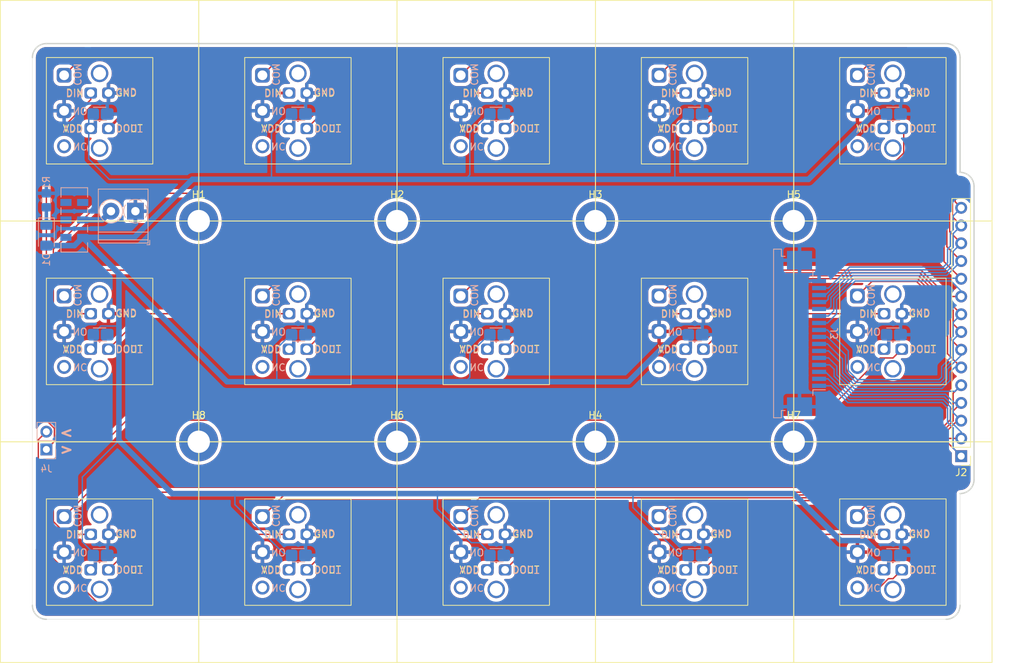
<source format=kicad_pcb>
(kicad_pcb (version 20240108) (generator "pcbnew") (generator_version "8.0")
  (layers (0 "F.Cu" signal) (31 "B.Cu" signal) (34 "B.Paste" user) (35 "F.Paste" user) (36 "B.SilkS" user "B.Silkscreen") (37 "F.SilkS" user "F.Silkscreen") (38 "B.Mask" user) (39 "F.Mask" user) (44 "Edge.Cuts" user))
  (net 0 "")
  (net 1 "+5V")
  (net 2 "Net-(D1-Pad1)")
  (net 3 "GND")
  (net 4 "Net-(SW1-B)")
  (net 5 "SW2")
  (net 6 "SW5")
  (net 7 "SW8")
  (net 8 "SW10")
  (net 9 "SW9")
  (net 10 "SW15")
  (net 11 "SW12")
  (net 12 "SW11")
  (net 13 "SW1")
  (net 14 "SW6")
  (net 15 "SW4")
  (net 16 "SW3")
  (net 17 "SW14")
  (net 18 "SW13")
  (net 19 "SW7")
  (net 20 "LED_OUT")
  (net 21 "LED_IN")
  (net 22 "Net-(RGB_SW2-DIN)")
  (net 23 "Net-(RGB_SW3-DIN)")
  (net 24 "Net-(RGB_SW10-DIN)")
  (net 25 "Net-(RGB_SW4-DIN)")
  (net 26 "Net-(RGB_SW5-DIN)")
  (net 27 "Net-(RGB_SW6-DIN)")
  (net 28 "Net-(RGB_SW11-DIN)")
  (net 29 "Net-(RGB_SW8-DIN)")
  (net 30 "Net-(RGB_SW7-DIN)")
  (net 31 "Net-(RGB_SW9-DIN)")
  (net 32 "Net-(RGB_SW12-DIN)")
  (net 33 "Net-(RGB_SW13-DIN)")
  (net 34 "Net-(RGB_SW14-DIN)")
  (net 35 "Net-(RGB_SW15-DIN)")
  (footprint "SilvansFootprintLibrary:PLB-N1PRGB-GTW-AI" (layer "F.Cu") (at 114.720999 67.420001)
    (property "Reference" "RGB_SW2" (hide yes))
    (property "Value" "PLB_RGB_SW")
  )
  (footprint "SilvansFootprintLibrary:PLB-N1PRGB-GTW-AI" (layer "F.Cu") (at 199.920994 67.420004)
    (property "Reference" "RGB_SW5" (hide yes))
    (property "Value" "PLB_RGB_SW")
  )
  (footprint "SilvansFootprintLibrary:PLB-N1PRGB-GTW-AI" (layer "F.Cu") (at 86.320996 67.42)
    (property "Reference" "RGB_SW1" (hide yes))
    (property "Value" "PLB_RGB_SW")
  )
  (footprint "SilvansFootprintLibrary:PLB-N1PRGB-GTW-AI" (layer "F.Cu") (at 199.920996 99.020005)
    (property "Reference" "RGB_SW10" (hide yes))
    (property "Value" "PLB_RGB_SW")
  )
  (footprint "SilvansFootprintLibrary:PLB-N1PRGB-GTW-AI" (layer "F.Cu") (at 171.520995 99.020002)
    (property "Reference" "RGB_SW9" (hide yes))
    (property "Value" "PLB_RGB_SW")
  )
  (footprint "SilvansFootprintLibrary:PLB-N1PRGB-GTW-AI" (layer "F.Cu") (at 143.120995 67.42)
    (property "Reference" "RGB_SW3" (hide yes))
    (property "Value" "PLB_RGB_SW")
  )
  (footprint "MountingHole:MountingHole_3.2mm_M3_DIN965_Pad" (layer "F.Cu") (at 100.520995 83.22)
    (property "Reference" "H1")
    (property "Value" "MountingHole_M3")
  )
  (footprint "SilvansFootprintLibrary:PLB-N1PRGB-GTW-AI" (layer "F.Cu") (at 171.520994 130.62)
    (property "Reference" "RGB_SW14" (hide yes))
    (property "Value" "PLB_RGB_SW")
  )
  (footprint "SilvansFootprintLibrary:PLB-N1PRGB-GTW-AI" (layer "F.Cu") (at 114.720997 99.019999)
    (property "Reference" "RGB_SW7" (hide yes))
    (property "Value" "PLB_RGB_SW")
  )
  (footprint "MountingHole:MountingHole_3.2mm_M3_DIN965_Pad" (layer "F.Cu") (at 157.320995 83.22)
    (property "Reference" "H3")
    (property "Value" "MountingHole_M3")
  )
  (footprint "SilvansFootprintLibrary:PLB-N1PRGB-GTW-AI" (layer "F.Cu") (at 143.120997 99.019999)
    (property "Reference" "RGB_SW8" (hide yes))
    (property "Value" "PLB_RGB_SW")
  )
  (footprint "SilvansFootprintLibrary:PLB-N1PRGB-GTW-AI" (layer "F.Cu") (at 143.120996 130.620001)
    (property "Reference" "RGB_SW13" (hide yes))
    (property "Value" "PLB_RGB_SW")
  )
  (footprint "MountingHole:MountingHole_3.2mm_M3_DIN965_Pad" (layer "F.Cu") (at 157.320995 114.82)
    (property "Reference" "H4")
    (property "Value" "MountingHole_M3")
  )
  (footprint "SilvansFootprintLibrary:PLB-N1PRGB-GTW-AI" (layer "F.Cu") (at 199.920996 130.620003)
    (property "Reference" "RGB_SW15" (hide yes))
    (property "Value" "PLB_RGB_SW")
  )
  (footprint "MountingHole:MountingHole_3.2mm_M3_DIN965_Pad" (layer "F.Cu") (at 128.920995 83.22)
    (property "Reference" "H2")
    (property "Value" "MountingHole_M3")
  )
  (footprint "MountingHole:MountingHole_3.2mm_M3_DIN965_Pad" (layer "F.Cu") (at 128.920995 114.82)
    (property "Reference" "H6")
    (property "Value" "MountingHole_M3")
  )
  (footprint "SilvansFootprintLibrary:PLB-N1PRGB-GTW-AI" (layer "F.Cu") (at 114.720997 130.620002)
    (property "Reference" "RGB_SW12" (hide yes))
    (property "Value" "PLB_RGB_SW")
  )
  (footprint "SilvansFootprintLibrary:PLB-N1PRGB-GTW-AI" (layer "F.Cu") (at 86.320996 130.620001)
    (property "Reference" "RGB_SW11" (hide yes))
    (property "Value" "PLB_RGB_SW")
  )
  (footprint "MountingHole:MountingHole_3.2mm_M3_DIN965_Pad" (layer "F.Cu") (at 185.720995 114.82)
    (property "Reference" "H7")
    (property "Value" "MountingHole_M3")
  )
  (footprint "MountingHole:MountingHole_3.2mm_M3_DIN965_Pad" (layer "F.Cu") (at 100.520995 114.82)
    (property "Reference" "H8")
    (property "Value" "MountingHole_M3")
  )
  (footprint "SilvansFootprintLibrary:PLB-N1PRGB-GTW-AI" (layer "F.Cu") (at 86.320997 99.020002)
    (property "Reference" "RGB_SW6" (hide yes))
    (property "Value" "PLB_RGB_SW")
  )
  (footprint "Connector_PinHeader_2.54mm:PinHeader_1x15_P2.54mm_Vertical" (layer "F.Cu") (at 209.700995 116.88 180)
    (property "Reference" "J2")
    (property "Value" "PINHD_1x15_Male")
  )
  (footprint "MountingHole:MountingHole_3.2mm_M3_DIN965_Pad" (layer "F.Cu") (at 185.720995 83.22)
    (property "Reference" "H5")
    (property "Value" "MountingHole_M3")
  )
  (footprint "SilvansFootprintLibrary:PLB-N1PRGB-GTW-AI" (layer "F.Cu") (at 171.520998 67.420001)
    (property "Reference" "RGB_SW4" (hide yes))
    (property "Value" "PLB_RGB_SW")
  )
  (footprint "Connector_PinSocket_2.54mm:PinSocket_1x02_P2.54mm_Vertical" (layer "B.Cu") (at 78.700994 115.914998)
    (property "Reference" "J4")
    (property "Value" "PINHD_1x2_Female" (hide yes))
  )
  (footprint "Resistor_SMD:R_0805_2012Metric_Pad1.20x1.40mm_HandSolder" (layer "B.Cu") (at 78.700995 80.240001 90)
    (property "Reference" "R1")
    (property "Value" "330ohm")
  )
  (footprint "LED_SMD:LED_1206_3216Metric_Pad1.42x1.75mm_HandSolder" (layer "B.Cu") (at 78.700995 85.240001 -90)
    (property "Reference" "D1")
    (property "Value" "LED")
  )
  (footprint "TerminalBlock_Phoenix:TerminalBlock_Phoenix_PT-1,5-2-3.5-H_1x02_P3.50mm_Horizontal" (layer "B.Cu") (at 91.450995 81.800001 180)
    (property "Reference" "J1" (hide yes))
    (property "Value" "Screw_Terminal_2_P3.50mm" (hide yes))
  )
  (footprint "Button Switch SMD:SW_DPDT_CK_JS202011JCQN" (layer "B.Cu") (at 82.700995 83.050002 90)
    (property "Reference" "SW1" (hide yes))
    (property "Value" "SW_SPST")
  )
  (footprint "Connector_FFC-FPC:TE_1-84952-6_1x16-1MP_P1.0mm_Horizontal" (layer "B.Cu") (at 187.550995 99.309999 90)
    (property "Reference" "J3")
    (property "Value" "PINHD_1x15_Male")
  )
  (gr_line (start 209.540995 122.240001) (end 209.540995 138.240001) (stroke (width 0.05)) (layer "Edge.Cuts"))
  (gr_line (start 209.540995 76.240001) (end 209.540995 59.800001) (stroke (width 0.2)) (layer "Edge.Cuts"))
  (gr_arc (start 76.700995 59.800001) (mid 77.286781 58.385787) (end 78.700995 57.800001) (stroke (width 0.2)) (layer "Edge.Cuts"))
  (gr_arc (start 209.540995 138.240001) (mid 208.955209 139.654215) (end 207.540995 140.240001) (stroke (width 0.2)) (layer "Edge.Cuts"))
  (gr_line (start 207.540995 57.800001) (end 78.700995 57.800001) (stroke (width 0.2)) (layer "Edge.Cuts"))
  (gr_arc (start 211.540995 120.240001) (mid 210.955209 121.654215) (end 209.540995 122.240001) (stroke (width 0.2)) (layer "Edge.Cuts"))
  (gr_line (start 207.540995 140.240001) (end 78.700995 140.240001) (stroke (width 0.05)) (layer "Edge.Cuts"))
  (gr_arc (start 207.540995 57.800001) (mid 208.955209 58.385787) (end 209.540995 59.800001) (stroke (width 0.2)) (layer "Edge.Cuts"))
  (gr_arc (start 78.700995 140.240001) (mid 77.286781 139.654215) (end 76.700995 138.240001) (stroke (width 0.2)) (layer "Edge.Cuts"))
  (gr_arc (start 209.540995 76.240001) (mid 210.955209 76.825787) (end 211.540995 78.240001) (stroke (width 0.2)) (layer "Edge.Cuts"))
  (gr_line (start 76.700995 138.240001) (end 76.700995 59.800001) (stroke (width 0.05)) (layer "Edge.Cuts"))
  (gr_line (start 211.540995 120.240001) (end 211.540995 78.240001) (stroke (width 0.2)) (layer "Edge.Cuts"))
  (gr_text "<\n>" (at 82.700995 112.800001 180) (layer "B.SilkS") (effects (font (size 1.5 1.5) (thickness 0.3) (bold yes)) (justify left bottom)))
  (segment (start 84.770996 68.37) (end 84.770996 74.310002) (width 0.2) (layer "B.Cu") (net 1))
  (segment (start 104.570995 106.219999) (end 111.700995 106.219999) (width 0.8) (layer "B.Cu") (net 1))
  (segment (start 99.610995 77.240001) (end 110.700995 77.240001) (width 0.8) (layer "B.Cu") (net 1))
  (segment (start 113.920997 99.219999) (end 111.700995 101.440001) (width 0.2) (layer "B.Cu") (net 1))
  (segment (start 187.838255 77.240001) (end 197.458252 67.620004) (width 0.8) (layer "B.Cu") (net 1))
  (segment (start 112.697289 130.820002) (end 105.700995 123.823708) (width 0.2) (layer "B.Cu") (net 1))
  (segment (start 139.340997 102.199999) (end 139.340997 105.579997) (width 0.2) (layer "B.Cu") (net 1))
  (segment (start 89.090997 98.240001) (end 89.090997 114.630003) (width 0.8) (layer "B.Cu") (net 1))
  (segment (start 139.340997 105.579997) (end 138.700995 106.219999) (width 0.2) (layer "B.Cu") (net 1))
  (segment (start 85.520996 67.62) (end 84.770996 68.37) (width 0.2) (layer "B.Cu") (net 1))
  (segment (start 113.920999 67.620001) (end 110.940999 70.600001) (width 0.2) (layer "B.Cu") (net 1))
  (segment (start 110.940999 70.600001) (end 110.940999 76.999997) (width 0.2) (layer "B.Cu") (net 1))
  (segment (start 142.320995 67.62) (end 139.340995 70.6) (width 0.2) (layer "B.Cu") (net 1))
  (segment (start 169.280994 130.82) (end 162.700995 124.240001) (width 0.2) (layer "B.Cu") (net 1))
  (segment (start 139.340995 76.600001) (end 138.700995 77.240001) (width 0.2) (layer "B.Cu") (net 1))
  (segment (start 83.900998 85.550002) (end 104.570995 106.219999) (width 0.8) (layer "B.Cu") (net 1))
  (segment (start 140.770997 129.270002) (end 139.547289 129.270002) (width 0.2) (layer "B.Cu") (net 1))
  (segment (start 110.940999 76.999997) (end 110.700995 77.240001) (width 0.2) (layer "B.Cu") (net 1))
  (segment (start 91.300994 85.550002) (end 99.610995 77.240001) (width 0.8) (layer "B.Cu") (net 1))
  (segment (start 138.700995 106.219999) (end 162.058256 106.219999) (width 0.8) (layer "B.Cu") (net 1))
  (segment (start 192.430998 128.970004) (end 195.97308 128.970004) (width 0.8) (layer "B.Cu") (net 1))
  (segment (start 84.770996 74.310002) (end 87.700995 77.240001) (width 0.2) (layer "B.Cu") (net 1))
  (segment (start 162.700995 124.240001) (end 162.700995 122.240001) (width 0.2) (layer "B.Cu") (net 1))
  (segment (start 89.090997 90.740001) (end 89.090997 98.240001) (width 0.8) (layer "B.Cu") (net 1))
  (segment (start 105.700995 123.823708) (end 105.700995 122.240001) (width 0.2) (layer "B.Cu") (net 1))
  (segment (start 197.458252 67.620004) (end 199.120994 67.620004) (width 0.8) (layer "B.Cu") (net 1))
  (segment (start 142.320997 99.219999) (end 139.340997 102.199999) (width 0.2) (layer "B.Cu") (net 1))
  (segment (start 82.723499 86.727501) (end 78.700994 86.727501) (width 0.8) (layer "B.Cu") (net 1))
  (segment (start 139.547289 129.270002) (end 134.700995 124.423708) (width 0.2) (layer "B.Cu") (net 1))
  (segment (start 134.700995 122.240001) (end 162.700995 122.240001) (width 0.8) (layer "B.Cu") (net 1))
  (segment (start 195.97308 128.970004) (end 197.823079 130.820003) (width 0.8) (layer "B.Cu") (net 1))
  (segment (start 83.900998 85.550002) (end 82.723499 86.727501) (width 0.8) (layer "B.Cu") (net 1))
  (segment (start 87.700995 77.240001) (end 99.610995 77.240001) (width 0.2) (layer "B.Cu") (net 1))
  (segment (start 162.058256 106.219999) (end 169.058253 99.220002) (width 0.8) (layer "B.Cu") (net 1))
  (segment (start 162.700995 122.240001) (end 185.700995 122.240001) (width 0.8) (layer "B.Cu") (net 1))
  (segment (start 105.700995 122.240001) (end 134.700995 122.240001) (width 0.8) (layer "B.Cu") (net 1))
  (segment (start 111.700995 101.440001) (end 111.700995 106.219999) (width 0.2) (layer "B.Cu") (net 1))
  (segment (start 185.700995 122.240001) (end 192.430998 128.970004) (width 0.8) (layer "B.Cu") (net 1))
  (segment (start 85.520996 130.820001) (end 83.850995 129.15) (width 0.2) (layer "B.Cu") (net 1))
  (segment (start 168.700995 69.640004) (end 168.700995 77.240001) (width 0.2) (layer "B.Cu") (net 1))
  (segment (start 170.720998 67.620001) (end 168.700995 69.640004) (width 0.2) (layer "B.Cu") (net 1))
  (segment (start 110.700995 77.240001) (end 138.700995 77.240001) (width 0.8) (layer "B.Cu") (net 1))
  (segment (start 83.850995 119.870005) (end 89.090997 114.630003) (width 0.2) (layer "B.Cu") (net 1))
  (segment (start 83.900998 85.550002) (end 91.300994 85.550002) (width 0.8) (layer "B.Cu") (net 1))
  (segment (start 111.700995 106.219999) (end 138.700995 106.219999) (width 0.8) (layer "B.Cu") (net 1))
  (segment (start 134.700995 124.423708) (end 134.700995 122.240001) (width 0.2) (layer "B.Cu") (net 1))
  (segment (start 113.920997 130.820002) (end 112.697289 130.820002) (width 0.2) (layer "B.Cu") (net 1))
  (segment (start 139.340995 70.6) (end 139.340995 76.600001) (width 0.2) (layer "B.Cu") (net 1))
  (segment (start 86.500998 98.240001) (end 89.090997 98.240001) (width 0.2) (layer "B.Cu") (net 1))
  (segment (start 96.700995 122.240001) (end 105.700995 122.240001) (width 0.8) (layer "B.Cu") (net 1))
  (segment (start 197.823079 130.820003) (end 199.120996 130.820003) (width 0.8) (layer "B.Cu") (net 1))
  (segment (start 83.850995 129.15) (end 83.850995 119.870005) (width 0.2) (layer "B.Cu") (net 1))
  (segment (start 83.900998 85.550002) (end 89.090997 90.740001) (width 0.8) (layer "B.Cu") (net 1))
  (segment (start 138.700995 77.240001) (end 168.700995 77.240001) (width 0.8) (layer "B.Cu") (net 1))
  (segment (start 89.090997 114.630003) (end 96.700995 122.240001) (width 0.8) (layer "B.Cu") (net 1))
  (segment (start 168.700995 77.240001) (end 187.838255 77.240001) (width 0.8) (layer "B.Cu") (net 1))
  (segment (start 170.720994 130.82) (end 169.280994 130.82) (width 0.2) (layer "B.Cu") (net 1))
  (segment (start 85.520997 99.220002) (end 86.500998 98.240001) (width 0.2) (layer "B.Cu") (net 1))
  (segment (start 142.320996 130.820001) (end 140.770997 129.270002) (width 0.2) (layer "B.Cu") (net 1))
  (segment (start 169.058253 99.220002) (end 170.720995 99.220002) (width 0.8) (layer "B.Cu") (net 1))
  (segment (start 78.700996 83.752501) (end 78.700995 81.240001) (width 0.5) (layer "B.Cu") (net 2))
  (segment (start 86.700996 83.050002) (end 87.950997 81.800001) (width 0.8) (layer "B.Cu") (net 4))
  (segment (start 83.900995 83.050002) (end 86.700996 83.050002) (width 0.8) (layer "B.Cu") (net 4))
  (segment (start 201.695309 58.800001) (end 113.180999 58.800001) (width 0.2) (layer "F.Cu") (net 5))
  (segment (start 208.450995 82.61) (end 208.450995 65.555687) (width 0.2) (layer "F.Cu") (net 5))
  (segment (start 113.180999 58.800001) (end 109.640999 62.340001) (width 0.2) (layer "F.Cu") (net 5))
  (segment (start 209.700995 83.86) (end 208.450995 82.61) (width 0.2) (layer "F.Cu") (net 5))
  (segment (start 208.450995 65.555687) (end 201.695309 58.800001) (width 0.2) (layer "F.Cu") (net 5))
  (segment (start 208.150995 89.358629) (end 208.150995 87.384315) (width 0.2) (layer "B.Cu") (net 5))
  (segment (start 208.550996 86.984314) (end 208.550996 85.009999) (width 0.2) (layer "B.Cu") (net 5))
  (segment (start 208.550996 85.009999) (end 209.700995 83.86) (width 0.2) (layer "B.Cu") (net 5))
  (segment (start 193.865996 90.200001) (end 207.309623 90.200001) (width 0.2) (layer "B.Cu") (net 5))
  (segment (start 208.150995 87.384315) (end 208.550996 86.984314) (width 0.2) (layer "B.Cu") (net 5))
  (segment (start 207.309623 90.200001) (end 208.150995 89.358629) (width 0.2) (layer "B.Cu") (net 5))
  (segment (start 190.255998 93.809999) (end 193.865996 90.200001) (width 0.2) (layer "B.Cu") (net 5))
  (segment (start 189.350994 93.809999) (end 190.255998 93.809999) (width 0.2) (layer "B.Cu") (net 5))
  (segment (start 197.140997 60.040001) (end 194.840994 62.340004) (width 0.2) (layer "F.Cu") (net 6))
  (segment (start 201.238251 60.040001) (end 197.140997 60.040001) (width 0.2) (layer "F.Cu") (net 6))
  (segment (start 207.250995 89.03) (end 207.250995 66.052745) (width 0.2) (layer "F.Cu") (net 6))
  (segment (start 209.700995 91.48) (end 207.250995 89.03) (width 0.2) (layer "F.Cu") (net 6))
  (segment (start 207.250995 66.052745) (end 201.238251 60.040001) (width 0.2) (layer "F.Cu") (net 6))
  (segment (start 190.690997 96.809999) (end 191.450994 96.050002) (width 0.2) (layer "B.Cu") (net 6))
  (segment (start 189.350997 96.809999) (end 190.690997 96.809999) (width 0.2) (layer "B.Cu") (net 6))
  (segment (start 191.450994 96.050002) (end 191.450994 94.312061) (width 0.2) (layer "B.Cu") (net 6))
  (segment (start 191.450994 94.312061) (end 194.363054 91.400001) (width 0.2) (layer "B.Cu") (net 6))
  (segment (start 209.620996 91.400001) (end 209.700995 91.48) (width 0.2) (layer "B.Cu") (net 6))
  (segment (start 194.363054 91.400001) (end 209.620996 91.400001) (width 0.2) (layer "B.Cu") (net 6))
  (segment (start 140.940995 91.040001) (end 203.61531 91.040001) (width 0.2) (layer "F.Cu") (net 7))
  (segment (start 138.040997 93.939999) (end 140.940995 91.040001) (width 0.2) (layer "F.Cu") (net 7))
  (segment (start 203.61531 91.040001) (end 208.550995 95.975686) (width 0.2) (layer "F.Cu") (net 7))
  (segment (start 208.550995 95.975686) (end 208.550995 97.95) (width 0.2) (layer "F.Cu") (net 7))
  (segment (start 208.550995 97.95) (end 209.700993 99.099998) (width 0.2) (layer "F.Cu") (net 7))
  (segment (start 208.550995 100.249996) (end 209.700993 99.099998) (width 0.2) (layer "B.Cu") (net 7))
  (segment (start 194.655314 106.320005) (end 206.695305 106.320005) (width 0.2) (layer "B.Cu") (net 7))
  (segment (start 193.140996 102.4) (end 193.140996 104.805688) (width 0.2) (layer "B.Cu") (net 7))
  (segment (start 208.550995 103.024315) (end 208.550995 100.249996) (width 0.2) (layer "B.Cu") (net 7))
  (segment (start 207.300995 104.274315) (end 208.550995 103.024315) (width 0.2) (layer "B.Cu") (net 7))
  (segment (start 207.300995 105.714315) (end 207.300995 104.274315) (width 0.2) (layer "B.Cu") (net 7))
  (segment (start 190.550995 99.809999) (end 193.140996 102.4) (width 0.2) (layer "B.Cu") (net 7))
  (segment (start 206.695305 106.320005) (end 207.300995 105.714315) (width 0.2) (layer "B.Cu") (net 7))
  (segment (start 189.350995 99.809999) (end 190.550995 99.809999) (width 0.2) (layer "B.Cu") (net 7))
  (segment (start 193.140996 104.805688) (end 194.655314 106.320005) (width 0.2) (layer "B.Cu") (net 7))
  (segment (start 196.915315 91.865686) (end 194.840996 93.940005) (width 0.2) (layer "F.Cu") (net 8))
  (segment (start 207.750995 102.230001) (end 207.750995 96.307058) (width 0.2) (layer "F.Cu") (net 8))
  (segment (start 207.750995 96.307058) (end 203.309623 91.865686) (width 0.2) (layer "F.Cu") (net 8))
  (segment (start 209.700995 104.180001) (end 207.750995 102.230001) (width 0.2) (layer "F.Cu") (net 8))
  (segment (start 203.309623 91.865686) (end 196.915315 91.865686) (width 0.2) (layer "F.Cu") (net 8))
  (segment (start 194.40394 107.200001) (end 206.94668 107.200001) (width 0.2) (layer "B.Cu") (net 8))
  (segment (start 206.94668 107.200001) (end 208.100995 106.045685) (width 0.2) (layer "B.Cu") (net 8))
  (segment (start 190.710992 101.809998) (end 192.300995 103.400001) (width 0.2) (layer "B.Cu") (net 8))
  (segment (start 208.760995 104.180001) (end 209.700995 104.180001) (width 0.2) (layer "B.Cu") (net 8))
  (segment (start 208.100995 104.840001) (end 208.760995 104.180001) (width 0.2) (layer "B.Cu") (net 8))
  (segment (start 189.350997 101.809998) (end 190.710992 101.809998) (width 0.2) (layer "B.Cu") (net 8))
  (segment (start 192.300995 103.400001) (end 192.300995 105.097057) (width 0.2) (layer "B.Cu") (net 8))
  (segment (start 192.300995 105.097057) (end 194.40394 107.200001) (width 0.2) (layer "B.Cu") (net 8))
  (segment (start 208.100995 106.045685) (end 208.100995 104.840001) (width 0.2) (layer "B.Cu") (net 8))
  (segment (start 208.150995 100.09) (end 208.150995 96.141372) (width 0.2) (layer "F.Cu") (net 9))
  (segment (start 168.915311 91.465686) (end 166.440995 93.940002) (width 0.2) (layer "F.Cu") (net 9))
  (segment (start 209.700995 101.64) (end 208.150995 100.09) (width 0.2) (layer "F.Cu") (net 9))
  (segment (start 203.475309 91.465686) (end 168.915311 91.465686) (width 0.2) (layer "F.Cu") (net 9))
  (segment (start 208.150995 96.141372) (end 203.475309 91.465686) (width 0.2) (layer "F.Cu") (net 9))
  (segment (start 207.700995 104.440001) (end 209.700995 102.440001) (width 0.2) (layer "B.Cu") (net 9))
  (segment (start 209.700995 102.440001) (end 209.700995 101.64) (width 0.2) (layer "B.Cu") (net 9))
  (segment (start 206.780994 106.800001) (end 207.700995 105.88) (width 0.2) (layer "B.Cu") (net 9))
  (segment (start 190.550993 100.809999) (end 192.700995 102.960001) (width 0.2) (layer "B.Cu") (net 9))
  (segment (start 207.700995 105.88) (end 207.700995 104.440001) (width 0.2) (layer "B.Cu") (net 9))
  (segment (start 192.700995 104.931371) (end 194.569625 106.800001) (width 0.2) (layer "B.Cu") (net 9))
  (segment (start 189.350993 100.809999) (end 190.550993 100.809999) (width 0.2) (layer "B.Cu") (net 9))
  (segment (start 192.700995 102.960001) (end 192.700995 104.931371) (width 0.2) (layer "B.Cu") (net 9))
  (segment (start 194.569625 106.800001) (end 206.780994 106.800001) (width 0.2) (layer "B.Cu") (net 9))
  (segment (start 207.560991 114.739996) (end 205.201 114.739996) (width 0.2) (layer "F.Cu") (net 10))
  (segment (start 209.700995 116.88) (end 207.560991 114.739996) (width 0.2) (layer "F.Cu") (net 10))
  (segment (start 205.201 114.739996) (end 194.840996 125.1) (width 0.2) (layer "F.Cu") (net 10))
  (segment (start 194.840996 125.1) (end 194.840996 125.540003) (width 0.2) (layer "F.Cu") (net 10))
  (segment (start 191.065306 106.809997) (end 193.455311 109.200001) (width 0.2) (layer "B.Cu") (net 10))
  (segment (start 208.550996 115.730001) (end 209.700995 116.88) (width 0.2) (layer "B.Cu") (net 10))
  (segment (start 206.963937 109.200001) (end 207.750995 109.987059) (width 0.2) (layer "B.Cu") (net 10))
  (segment (start 207.750995 109.987059) (end 207.750995 112.042032) (width 0.2) (layer "B.Cu") (net 10))
  (segment (start 208.550996 112.842033) (end 208.550996 115.730001) (width 0.2) (layer "B.Cu") (net 10))
  (segment (start 193.455311 109.200001) (end 206.963937 109.200001) (width 0.2) (layer "B.Cu") (net 10))
  (segment (start 207.750995 112.042032) (end 208.550996 112.842033) (width 0.2) (layer "B.Cu") (net 10))
  (segment (start 189.350997 106.809997) (end 191.065306 106.809997) (width 0.2) (layer "B.Cu") (net 10))
  (segment (start 206.835314 113.539996) (end 204.703942 113.539996) (width 0.2) (layer "F.Cu") (net 11))
  (segment (start 208.550996 110.409999) (end 208.550996 111.824314) (width 0.2) (layer "F.Cu") (net 11))
  (segment (start 195.803937 122.440001) (end 112.740998 122.440001) (width 0.2) (layer "F.Cu") (net 11))
  (segment (start 204.703942 113.539996) (end 195.803937 122.440001) (width 0.2) (layer "F.Cu") (net 11))
  (segment (start 208.550996 111.824314) (end 206.835314 113.539996) (width 0.2) (layer "F.Cu") (net 11))
  (segment (start 209.700995 109.26) (end 208.550996 110.409999) (width 0.2) (layer "F.Cu") (net 11))
  (segment (start 112.740998 122.440001) (end 109.640997 125.540002) (width 0.2) (layer "F.Cu") (net 11))
  (segment (start 189.350995 103.809999) (end 190.872567 103.809999) (width 0.2) (layer "B.Cu") (net 11))
  (segment (start 207.460995 108.000001) (end 208.720993 109.26) (width 0.2) (layer "B.Cu") (net 11))
  (segment (start 191.500995 105.428429) (end 194.07257 108.000001) (width 0.2) (layer "B.Cu") (net 11))
  (segment (start 190.872567 103.809999) (end 191.500995 104.438427) (width 0.2) (layer "B.Cu") (net 11))
  (segment (start 208.720993 109.26) (end 209.700995 109.26) (width 0.2) (layer "B.Cu") (net 11))
  (segment (start 194.07257 108.000001) (end 207.460995 108.000001) (width 0.2) (layer "B.Cu") (net 11))
  (segment (start 191.500995 104.438427) (end 191.500995 105.428429) (width 0.2) (layer "B.Cu") (net 11))
  (segment (start 195.638252 122.040001) (end 204.538257 113.139996) (width 0.2) (layer "F.Cu") (net 12))
  (segment (start 206.669628 113.139996) (end 208.150996 111.658628) (width 0.2) (layer "F.Cu") (net 12))
  (segment (start 208.150996 111.658628) (end 208.150996 110.244313) (width 0.2) (layer "F.Cu") (net 12))
  (segment (start 84.740996 122.040001) (end 195.638252 122.040001) (width 0.2) (layer "F.Cu") (net 12))
  (segment (start 208.150996 110.244313) (end 208.550995 109.844314) (width 0.2) (layer "F.Cu") (net 12))
  (segment (start 81.240996 125.540001) (end 84.740996 122.040001) (width 0.2) (layer "F.Cu") (net 12))
  (segment (start 208.550995 107.870004) (end 209.700998 106.720001) (width 0.2) (layer "F.Cu") (net 12))
  (segment (start 208.550995 109.844314) (end 208.550995 107.870004) (width 0.2) (layer "F.Cu") (net 12))
  (segment (start 204.538257 113.139996) (end 206.669628 113.139996) (width 0.2) (layer "F.Cu") (net 12))
  (segment (start 190.710994 102.81) (end 191.900995 104.000001) (width 0.2) (layer "B.Cu") (net 12))
  (segment (start 189.350992 102.81) (end 190.710994 102.81) (width 0.2) (layer "B.Cu") (net 12))
  (segment (start 194.238254 107.600001) (end 208.820998 107.600001) (width 0.2) (layer "B.Cu") (net 12))
  (segment (start 194.238255 107.600001) (end 206.763739 107.600001) (width 0.2) (layer "B.Cu") (net 12))
  (segment (start 208.820998 107.600001) (end 209.700998 106.720001) (width 0.2) (layer "B.Cu") (net 12))
  (segment (start 193.789625 107.151371) (end 194.238255 107.600001) (width 0.2) (layer "B.Cu") (net 12))
  (segment (start 193.789625 107.151371) (end 194.238254 107.600001) (width 0.2) (layer "B.Cu") (net 12))
  (segment (start 191.900995 104.000001) (end 191.900995 105.262743) (width 0.2) (layer "B.Cu") (net 12))
  (segment (start 191.900995 105.262743) (end 193.789625 107.151371) (width 0.2) (layer "B.Cu") (net 12))
  (segment (start 85.180995 58.400001) (end 81.240996 62.34) (width 0.2) (layer "F.Cu") (net 13))
  (segment (start 209.700995 81.32) (end 208.850995 80.47) (width 0.2) (layer "F.Cu") (net 13))
  (segment (start 208.850995 80.47) (end 208.850995 65.390001) (width 0.2) (layer "F.Cu") (net 13))
  (segment (start 201.860995 58.400001) (end 85.180995 58.400001) (width 0.2) (layer "F.Cu") (net 13))
  (segment (start 208.850995 65.390001) (end 201.860995 58.400001) (width 0.2) (layer "F.Cu") (net 13))
  (segment (start 207.750995 89.190001) (end 207.750995 87.218629) (width 0.2) (layer "B.Cu") (net 13))
  (segment (start 193.70031 89.800001) (end 207.140995 89.800001) (width 0.2) (layer "B.Cu") (net 13))
  (segment (start 208.150996 86.818628) (end 208.150996 84.844313) (width 0.2) (layer "B.Cu") (net 13))
  (segment (start 207.750995 87.218629) (end 208.150996 86.818628) (width 0.2) (layer "B.Cu") (net 13))
  (segment (start 208.550995 82.47) (end 209.700995 81.32) (width 0.2) (layer "B.Cu") (net 13))
  (segment (start 208.550995 84.444314) (end 208.550995 82.47) (width 0.2) (layer "B.Cu") (net 13))
  (segment (start 207.140995 89.800001) (end 207.750995 89.190001) (width 0.2) (layer "B.Cu") (net 13))
  (segment (start 190.690308 92.810002) (end 193.70031 89.800001) (width 0.2) (layer "B.Cu") (net 13))
  (segment (start 208.150996 84.844313) (end 208.550995 84.444314) (width 0.2) (layer "B.Cu") (net 13))
  (segment (start 189.350994 92.810002) (end 190.690308 92.810002) (width 0.2) (layer "B.Cu") (net 13))
  (segment (start 84.940998 90.240001) (end 203.946682 90.240001) (width 0.2) (layer "F.Cu") (net 14))
  (segment (start 207.726683 94.020002) (end 209.700995 94.020002) (width 0.2) (layer "F.Cu") (net 14))
  (segment (start 81.240997 93.940002) (end 84.940998 90.240001) (width 0.2) (layer "F.Cu") (net 14))
  (segment (start 203.946682 90.240001) (end 207.726683 94.020002) (width 0.2) (layer "F.Cu") (net 14))
  (segment (start 191.850994 96.509998) (end 191.850994 94.477747) (width 0.2) (layer "B.Cu") (net 14))
  (segment (start 194.52874 91.800001) (end 208.260995 91.800001) (width 0.2) (layer "B.Cu") (net 14))
  (segment (start 191.850994 94.477747) (end 194.52874 91.800001) (width 0.2) (layer "B.Cu") (net 14))
  (segment (start 208.260995 91.800001) (end 209.700995 93.240001) (width 0.2) (layer "B.Cu") (net 14))
  (segment (start 189.350993 97.809999) (end 190.550993 97.809999) (width 0.2) (layer "B.Cu") (net 14))
  (segment (start 190.550993 97.809999) (end 191.850994 96.509998) (width 0.2) (layer "B.Cu") (net 14))
  (segment (start 209.700995 93.240001) (end 209.700995 94.020002) (width 0.2) (layer "B.Cu") (net 14))
  (segment (start 169.140998 59.640001) (end 166.440998 62.340001) (width 0.2) (layer "F.Cu") (net 15))
  (segment (start 201.403937 59.640001) (end 169.140998 59.640001) (width 0.2) (layer "F.Cu") (net 15))
  (segment (start 207.650995 65.887059) (end 201.403937 59.640001) (width 0.2) (layer "F.Cu") (net 15))
  (segment (start 209.700995 88.940001) (end 207.650995 86.890001) (width 0.2) (layer "F.Cu") (net 15))
  (segment (start 207.650995 86.890001) (end 207.650995 65.887059) (width 0.2) (layer "F.Cu") (net 15))
  (segment (start 189.350995 95.810001) (end 190.690995 95.810001) (width 0.2) (layer "B.Cu") (net 15))
  (segment (start 190.690995 95.810001) (end 191.050994 95.450002) (width 0.2) (layer "B.Cu") (net 15))
  (segment (start 191.050994 94.146375) (end 194.197368 91.000001) (width 0.2) (layer "B.Cu") (net 15))
  (segment (start 194.197368 91.000001) (end 207.640995 91.000001) (width 0.2) (layer "B.Cu") (net 15))
  (segment (start 207.640995 91.000001) (end 209.700995 88.940001) (width 0.2) (layer "B.Cu") (net 15))
  (segment (start 191.050994 95.450002) (end 191.050994 94.146375) (width 0.2) (layer "B.Cu") (net 15))
  (segment (start 201.569623 59.240001) (end 141.140994 59.240001) (width 0.2) (layer "F.Cu") (net 16))
  (segment (start 209.700996 86.4) (end 208.050995 84.749999) (width 0.2) (layer "F.Cu") (net 16))
  (segment (start 208.050995 84.749999) (end 208.050995 65.721373) (width 0.2) (layer "F.Cu") (net 16))
  (segment (start 208.050995 65.721373) (end 201.569623 59.240001) (width 0.2) (layer "F.Cu") (net 16))
  (segment (start 141.140994 59.240001) (end 138.040995 62.34) (width 0.2) (layer "F.Cu") (net 16))
  (segment (start 190.255993 94.81) (end 190.650994 94.414999) (width 0.2) (layer "B.Cu") (net 16))
  (segment (start 190.650994 94.414999) (end 190.650994 93.980689) (width 0.2) (layer "B.Cu") (net 16))
  (segment (start 207.475309 90.600001) (end 208.550995 89.524315) (width 0.2) (layer "B.Cu") (net 16))
  (segment (start 189.350995 94.81) (end 190.255993 94.81) (width 0.2) (layer "B.Cu") (net 16))
  (segment (start 190.650994 93.980689) (end 194.031682 90.600001) (width 0.2) (layer "B.Cu") (net 16))
  (segment (start 208.550995 89.524315) (end 208.550995 87.550001) (width 0.2) (layer "B.Cu") (net 16))
  (segment (start 208.550995 87.550001) (end 209.700996 86.4) (width 0.2) (layer "B.Cu") (net 16))
  (segment (start 194.031682 90.600001) (end 207.475309 90.600001) (width 0.2) (layer "B.Cu") (net 16))
  (segment (start 168.740993 123.240001) (end 166.440994 125.54) (width 0.2) (layer "F.Cu") (net 17))
  (segment (start 196.135309 123.240001) (end 168.740993 123.240001) (width 0.2) (layer "F.Cu") (net 17))
  (segment (start 209.700996 114.339996) (end 205.035314 114.339996) (width 0.2) (layer "F.Cu") (net 17))
  (segment (start 205.035314 114.339996) (end 196.135309 123.240001) (width 0.2) (layer "F.Cu") (net 17))
  (segment (start 193.620996 108.800001) (end 207.129623 108.800001) (width 0.2) (layer "B.Cu") (net 17))
  (segment (start 208.150995 111.876346) (end 209.700996 113.426347) (width 0.2) (layer "B.Cu") (net 17))
  (segment (start 208.150995 109.821373) (end 208.150995 111.876346) (width 0.2) (layer "B.Cu") (net 17))
  (segment (start 190.630996 105.810001) (end 193.620996 108.800001) (width 0.2) (layer "B.Cu") (net 17))
  (segment (start 207.129623 108.800001) (end 208.150995 109.821373) (width 0.2) (layer "B.Cu") (net 17))
  (segment (start 189.350997 105.810001) (end 190.630996 105.810001) (width 0.2) (layer "B.Cu") (net 17))
  (segment (start 209.700996 113.426347) (end 209.700996 114.339996) (width 0.2) (layer "B.Cu") (net 17))
  (segment (start 209.140995 111.800001) (end 207.001 113.939996) (width 0.2) (layer "F.Cu") (net 18))
  (segment (start 209.700996 111.800001) (end 209.140995 111.800001) (width 0.2) (layer "F.Cu") (net 18))
  (segment (start 195.969623 122.840001) (end 140.740996 122.840001) (width 0.2) (layer "F.Cu") (net 18))
  (segment (start 204.869628 113.939996) (end 195.969623 122.840001) (width 0.2) (layer "F.Cu") (net 18))
  (segment (start 207.001 113.939996) (end 204.869628 113.939996) (width 0.2) (layer "F.Cu") (net 18))
  (segment (start 140.740996 122.840001) (end 138.040996 125.540001) (width 0.2) (layer "F.Cu") (net 18))
  (segment (start 208.550995 110.65) (end 209.700996 111.800001) (width 0.2) (layer "B.Cu") (net 18))
  (segment (start 193.845997 108.400001) (end 207.295309 108.400001) (width 0.2) (layer "B.Cu") (net 18))
  (segment (start 208.550995 109.655688) (end 208.550995 110.65) (width 0.2) (layer "B.Cu") (net 18))
  (segment (start 190.255996 104.81) (end 193.845997 108.400001) (width 0.2) (layer "B.Cu") (net 18))
  (segment (start 207.295309 108.400001) (end 208.550995 109.655688) (width 0.2) (layer "B.Cu") (net 18))
  (segment (start 189.350994 104.81) (end 190.255996 104.81) (width 0.2) (layer "B.Cu") (net 18))
  (segment (start 112.940995 90.640001) (end 109.640997 93.939999) (width 0.2) (layer "F.Cu") (net 19))
  (segment (start 203.780996 90.640001) (end 112.940995 90.640001) (width 0.2) (layer "F.Cu") (net 19))
  (segment (start 209.700995 96.56) (end 203.780996 90.640001) (width 0.2) (layer "F.Cu") (net 19))
  (segment (start 208.150995 100.08431) (end 208.550993 99.684312) (width 0.2) (layer "B.Cu") (net 19))
  (segment (start 208.550993 99.684312) (end 208.550993 97.710002) (width 0.2) (layer "B.Cu") (net 19))
  (segment (start 189.350995 98.809999) (end 190.550995 98.809999) (width 0.2) (layer "B.Cu") (net 19))
  (segment (start 193.540996 101.8) (end 193.540996 104.640002) (width 0.2) (layer "B.Cu") (net 19))
  (segment (start 194.820999 105.920005) (end 206.529619 105.920005) (width 0.2) (layer "B.Cu") (net 19))
  (segment (start 206.900995 104.040001) (end 208.150995 102.790001) (width 0.2) (layer "B.Cu") (net 19))
  (segment (start 193.540996 104.640002) (end 194.820999 105.920005) (width 0.2) (layer "B.Cu") (net 19))
  (segment (start 208.150995 102.790001) (end 208.150995 100.08431) (width 0.2) (layer "B.Cu") (net 19))
  (segment (start 190.550995 98.809999) (end 193.540996 101.8) (width 0.2) (layer "B.Cu") (net 19))
  (segment (start 206.529619 105.920005) (end 206.900995 105.548629) (width 0.2) (layer "B.Cu") (net 19))
  (segment (start 206.900995 105.548629) (end 206.900995 104.040001) (width 0.2) (layer "B.Cu") (net 19))
  (segment (start 208.550993 97.710002) (end 209.700995 96.56) (width 0.2) (layer "B.Cu") (net 19))
  (segment (start 199.278964 134.420003) (end 195.458966 138.240001) (width 0.2) (layer "F.Cu") (net 20))
  (segment (start 195.458966 138.240001) (end 86.398964 138.240001) (width 0.2) (layer "F.Cu") (net 20))
  (segment (start 77.550994 114.524998) (end 78.700995 113.374997) (width 0.2) (layer "F.Cu") (net 20))
  (segment (start 201.190996 133.160005) (end 199.930998 134.420003) (width 0.2) (layer "F.Cu") (net 20))
  (segment (start 77.550994 129.392031) (end 77.550994 114.524998) (width 0.2) (layer "F.Cu") (net 20))
  (segment (start 86.398964 138.240001) (end 77.550994 129.392031) (width 0.2) (layer "F.Cu") (net 20))
  (segment (start 199.930998 134.420003) (end 199.278964 134.420003) (width 0.2) (layer "F.Cu") (net 20))
  (segment (start 85.050995 65.83371) (end 85.050995 64.880001) (width 0.2) (layer "F.Cu") (net 21))
  (segment (start 78.700995 72.18371) (end 85.050995 65.83371) (width 0.2) (layer "F.Cu") (net 21))
  (segment (start 78.700995 111.748651) (end 78.700995 72.18371) (width 0.2) (layer "F.Cu") (net 21))
  (segment (start 78.700994 115.914998) (end 79.850995 114.764997) (width 0.2) (layer "F.Cu") (net 21))
  (segment (start 79.850995 112.898651) (end 78.700995 111.748651) (width 0.2) (layer "F.Cu") (net 21))
  (segment (start 79.850995 114.764997) (end 79.850995 112.898651) (width 0.2) (layer "F.Cu") (net 21))
  (segment (start 92.670996 64.880002) (end 113.450998 64.880002) (width 0.4) (layer "F.Cu") (net 22))
  (segment (start 87.590996 69.960002) (end 92.670996 64.880002) (width 0.4) (layer "F.Cu") (net 22))
  (segment (start 115.990999 69.960003) (end 121.071001 64.880001) (width 0.2) (layer "F.Cu") (net 23))
  (segment (start 121.071001 64.880001) (end 141.850994 64.880001) (width 0.2) (layer "F.Cu") (net 23))
  (segment (start 177.870993 96.480006) (end 198.650995 96.480006) (width 0.2) (layer "F.Cu") (net 24))
  (segment (start 172.790995 101.560004) (end 177.870993 96.480006) (width 0.2) (layer "F.Cu") (net 24))
  (segment (start 144.390995 69.960002) (end 149.470995 64.880002) (width 0.2) (layer "F.Cu") (net 25))
  (segment (start 149.470995 64.880002) (end 170.250997 64.880002) (width 0.2) (layer "F.Cu") (net 25))
  (segment (start 177.870996 64.880005) (end 198.650993 64.880005) (width 0.2) (layer "F.Cu") (net 26))
  (segment (start 172.790998 69.960003) (end 177.870996 64.880005) (width 0.2) (layer "F.Cu") (net 26))
  (segment (start 201.470994 73.470002) (end 195.700995 79.240001) (width 0.2) (layer "F.Cu") (net 27))
  (segment (start 195.700995 79.240001) (end 87.700995 79.240001) (width 0.2) (layer "F.Cu") (net 27))
  (segment (start 87.700995 79.240001) (end 79.700995 87.240001) (width 0.2) (layer "F.Cu") (net 27))
  (segment (start 201.470994 70.240006) (end 201.470994 73.470002) (width 0.2) (layer "F.Cu") (net 27))
  (segment (start 79.700995 87.240001) (end 79.700995 95.240001) (width 0.2) (layer "F.Cu") (net 27))
  (segment (start 79.700995 95.240001) (end 80.940997 96.480003) (width 0.2) (layer "F.Cu") (net 27))
  (segment (start 80.940997 96.480003) (end 85.050996 96.480003) (width 0.2) (layer "F.Cu") (net 27))
  (segment (start 201.190994 69.960006) (end 201.470994 70.240006) (width 0.2) (layer "F.Cu") (net 27))
  (segment (start 189.220996 111.72) (end 90.220996 111.72) (width 0.2) (layer "F.Cu") (net 28))
  (segment (start 90.220996 111.72) (end 79.700995 122.240001) (width 0.2) (layer "F.Cu") (net 28))
  (segment (start 199.930998 102.820005) (end 198.120991 102.820005) (width 0.2) (layer "F.Cu") (net 28))
  (segment (start 79.700995 126.240001) (end 81.540996 128.080002) (width 0.2) (layer "F.Cu") (net 28))
  (segment (start 198.120991 102.820005) (end 189.220996 111.72) (width 0.2) (layer "F.Cu") (net 28))
  (segment (start 79.700995 122.240001) (end 79.700995 126.240001) (width 0.2) (layer "F.Cu") (net 28))
  (segment (start 201.190996 101.560007) (end 199.930998 102.820005) (width 0.2) (layer "F.Cu") (net 28))
  (segment (start 81.540996 128.080002) (end 85.050995 128.080002) (width 0.2) (layer "F.Cu") (net 28))
  (segment (start 121.070998 96.48) (end 141.850996 96.48) (width 0.2) (layer "F.Cu") (net 29))
  (segment (start 115.990997 101.560001) (end 121.070998 96.48) (width 0.2) (layer "F.Cu") (net 29))
  (segment (start 87.590997 101.560004) (end 92.671001 96.48) (width 0.2) (layer "F.Cu") (net 30))
  (segment (start 92.671001 96.48) (end 113.450996 96.48) (width 0.2) (layer "F.Cu") (net 30))
  (segment (start 144.390997 101.560001) (end 149.470995 96.480003) (width 0.2) (layer "F.Cu") (net 31))
  (segment (start 149.470995 96.480003) (end 170.250994 96.480003) (width 0.2) (layer "F.Cu") (net 31))
  (segment (start 92.670996 128.080003) (end 113.450996 128.080003) (width 0.2) (layer "F.Cu") (net 32))
  (segment (start 87.590996 133.160003) (end 92.670996 128.080003) (width 0.2) (layer "F.Cu") (net 32))
  (segment (start 121.070999 128.080002) (end 141.850995 128.080002) (width 0.2) (layer "F.Cu") (net 33))
  (segment (start 115.990997 133.160004) (end 121.070999 128.080002) (width 0.2) (layer "F.Cu") (net 33))
  (segment (start 144.390996 133.160003) (end 149.470998 128.080001) (width 0.2) (layer "F.Cu") (net 34))
  (segment (start 149.470998 128.080001) (end 170.250993 128.080001) (width 0.2) (layer "F.Cu") (net 34))
  (segment (start 172.790994 133.160002) (end 177.870992 128.080004) (width 0.2) (layer "F.Cu") (net 35))
  (segment (start 177.870992 128.080004) (end 198.650995 128.080004) (width 0.2) (layer "F.Cu") (net 35))
  (zone (net 3) (net_name "GND") (layers "F&B.Cu") (connect_pads (clearance 0.5)) (min_thickness 0.25) (fill yes (thermal_gap 0.5) (thermal_bridge_width 0.5))
    (polygon (pts (xy 75.700995 56.240001) (xy 211.700995 55.240001) (xy 216.700995 76.240001) (xy 218.700995 135.240001) (xy 199.700995 145.240001) (xy 73.700995 143.240001) (xy 73.700995 59.240001)))
  )
)
</source>
